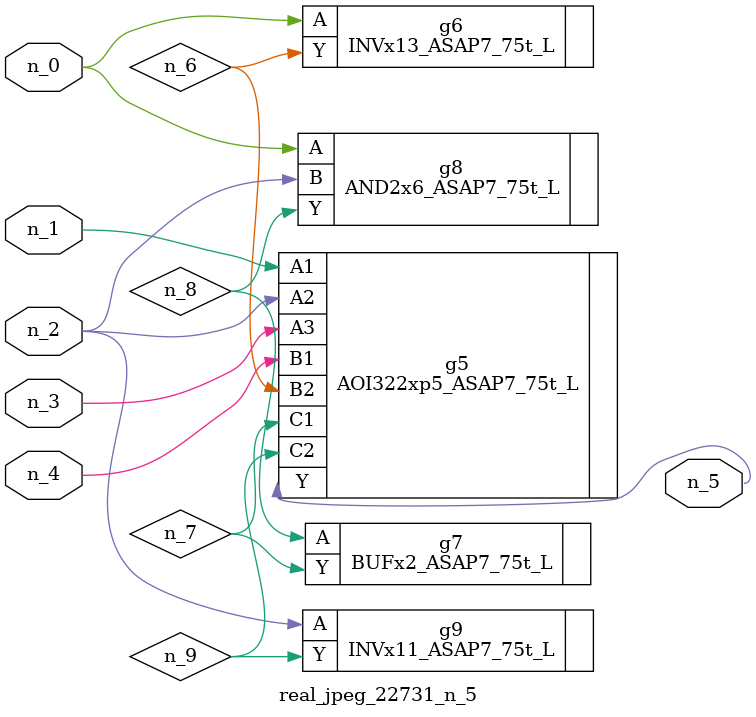
<source format=v>
module real_jpeg_22731_n_5 (n_4, n_0, n_1, n_2, n_3, n_5);

input n_4;
input n_0;
input n_1;
input n_2;
input n_3;

output n_5;

wire n_8;
wire n_6;
wire n_7;
wire n_9;

INVx13_ASAP7_75t_L g6 ( 
.A(n_0),
.Y(n_6)
);

AND2x6_ASAP7_75t_L g8 ( 
.A(n_0),
.B(n_2),
.Y(n_8)
);

AOI322xp5_ASAP7_75t_L g5 ( 
.A1(n_1),
.A2(n_2),
.A3(n_3),
.B1(n_4),
.B2(n_6),
.C1(n_7),
.C2(n_9),
.Y(n_5)
);

INVx11_ASAP7_75t_L g9 ( 
.A(n_2),
.Y(n_9)
);

BUFx2_ASAP7_75t_L g7 ( 
.A(n_8),
.Y(n_7)
);


endmodule
</source>
